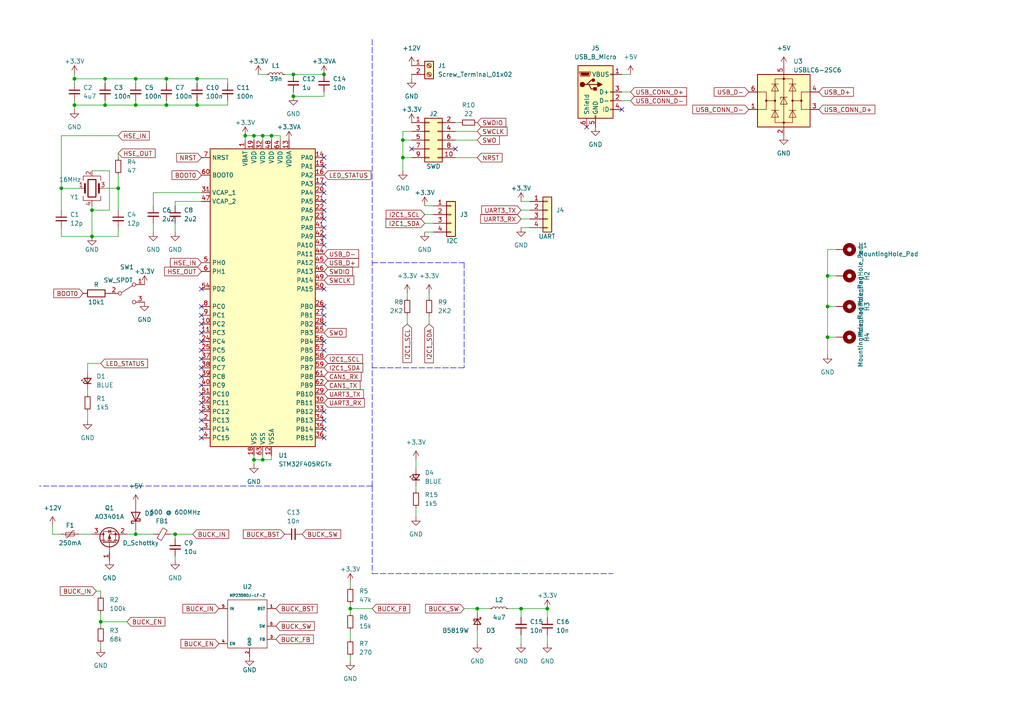
<source format=kicad_sch>
(kicad_sch (version 20211123) (generator eeschema)
  (paper "A4")
  (title_block (title "Sample_project") (date "2022-09-06") (rev "1.0"))
  (lib_symbols
    (symbol "Connector:Screw_Terminal_01x02" (pin_names (offset 1.016) hide)
      (property "Reference" "J" (at 0 2.54 0))
      (property "Value" "Screw_Terminal_01x02" (at 0 -5.08 0))
      (symbol "Screw_Terminal_01x02_1_1"
        (pin passive line (at -5.08 0 0) (length 3.81) (name "Pin_1") (number "1"))
        (pin passive line (at -5.08 -2.54 0) (length 3.81) (name "Pin_2") (number "2"))
      )
    )
    (symbol "Connector:USB_B_Micro" (pin_names (offset 1.016))
      (property "Reference" "J" (at -5.08 11.43 0))
      (property "Value" "USB_B_Micro" (at -5.08 8.89 0))
      (symbol "USB_B_Micro_1_1"
        (pin power_out line (at 7.62 5.08 180) (length 2.54) (name "VBUS") (number "1"))
        (pin bidirectional line (at 7.62 -2.54 180) (length 2.54) (name "D-") (number "2"))
        (pin bidirectional line (at 7.62 0 180) (length 2.54) (name "D+") (number "3"))
        (pin passive line (at 7.62 -5.08 180) (length 2.54) (name "ID") (number "4"))
        (pin power_out line (at 0 -10.16 90) (length 2.54) (name "GND") (number "5"))
        (pin passive line (at -2.54 -10.16 90) (length 2.54) (name "Shield") (number "6"))
      )
    )
    (symbol "Connector_Generic:Conn_01x04" (pin_names (offset 1.016) hide)
      (property "Reference" "J" (at 0 5.08 0))
      (property "Value" "Conn_01x04" (at 0 -7.62 0))
      (symbol "Conn_01x04_1_1"
        (pin passive line (at -5.08 2.54 0) (length 3.81) (name "Pin_1") (number "1"))
        (pin passive line (at -5.08 0 0) (length 3.81) (name "Pin_2") (number "2"))
        (pin passive line (at -5.08 -2.54 0) (length 3.81) (name "Pin_3") (number "3"))
        (pin passive line (at -5.08 -5.08 0) (length 3.81) (name "Pin_4") (number "4"))
      )
    )
    (symbol "Connector_Generic:Conn_02x05_Odd_Even" (pin_names (offset 1.016) hide)
      (property "Reference" "J" (at 1.27 7.62 0))
      (property "Value" "Conn_02x05_Odd_Even" (at 1.27 -7.62 0))
      (symbol "Conn_02x05_Odd_Even_1_1"
        (pin passive line (at -5.08 5.08 0) (length 3.81) (name "Pin_1") (number "1"))
        (pin passive line (at 7.62 -5.08 180) (length 3.81) (name "Pin_10") (number "10"))
        (pin passive line (at 7.62 5.08 180) (length 3.81) (name "Pin_2") (number "2"))
        (pin passive line (at -5.08 2.54 0) (length 3.81) (name "Pin_3") (number "3"))
        (pin passive line (at 7.62 2.54 180) (length 3.81) (name "Pin_4") (number "4"))
        (pin passive line (at -5.08 0 0) (length 3.81) (name "Pin_5") (number "5"))
        (pin passive line (at 7.62 0 180) (length 3.81) (name "Pin_6") (number "6"))
        (pin passive line (at -5.08 -2.54 0) (length 3.81) (name "Pin_7") (number "7"))
        (pin passive line (at 7.62 -2.54 180) (length 3.81) (name "Pin_8") (number "8"))
        (pin passive line (at -5.08 -5.08 0) (length 3.81) (name "Pin_9") (number "9"))
      )
    )
    (symbol "Device:C_Small" (pin_numbers hide) (pin_names (offset 0.254) hide)
      (property "Reference" "C" (at 0.254 1.778 0))
      (property "Value" "C_Small" (at 0.254 -2.032 0))
      (symbol "C_Small_1_1"
        (pin passive line (at 0 2.54 270) (length 2.032) (name "~") (number "1"))
        (pin passive line (at 0 -2.54 90) (length 2.032) (name "~") (number "2"))
      )
    )
    (symbol "Device:Crystal_GND24" (pin_names (offset 1.016) hide)
      (property "Reference" "Y" (at 3.175 5.08 0))
      (property "Value" "Crystal_GND24" (at 3.175 3.175 0))
      (symbol "Crystal_GND24_1_1"
        (pin passive line (at -3.81 0 0) (length 1.27) (name "1") (number "1"))
        (pin passive line (at 0 5.08 270) (length 1.27) (name "2") (number "2"))
        (pin passive line (at 3.81 0 180) (length 1.27) (name "3") (number "3"))
        (pin passive line (at 0 -5.08 90) (length 1.27) (name "4") (number "4"))
      )
    )
    (symbol "Device:D_Schottky" (pin_numbers hide) (pin_names (offset 1.016) hide)
      (property "Reference" "D" (at 0 2.54 0))
      (property "Value" "D_Schottky" (at 0 -2.54 0))
      (symbol "D_Schottky_1_1"
        (pin passive line (at -3.81 0 0) (length 2.54) (name "K") (number "1"))
        (pin passive line (at 3.81 0 180) (length 2.54) (name "A") (number "2"))
      )
    )
    (symbol "Device:D_Schottky_Small" (pin_numbers hide) (pin_names (offset 0.254) hide)
      (property "Reference" "D" (at -1.27 2.032 0))
      (property "Value" "D_Schottky_Small" (at -7.112 -2.032 0))
      (symbol "D_Schottky_Small_1_1"
        (pin passive line (at -2.54 0 0) (length 1.778) (name "K") (number "1"))
        (pin passive line (at 2.54 0 180) (length 1.778) (name "A") (number "2"))
      )
    )
    (symbol "Device:FerriteBead_Small" (pin_numbers hide) (pin_names (offset 0))
      (property "Reference" "FB" (at 1.905 1.27 0))
      (property "Value" "FerriteBead_Small" (at 1.905 -1.27 0))
      (symbol "FerriteBead_Small_1_1"
        (pin passive line (at 0 2.54 270) (length 1.27) (name "~") (number "1"))
        (pin passive line (at 0 -2.54 90) (length 1.27) (name "~") (number "2"))
      )
    )
    (symbol "Device:LED_Small" (pin_numbers hide) (pin_names (offset 0.254) hide)
      (property "Reference" "D" (at -1.27 3.175 0))
      (property "Value" "LED_Small" (at -4.445 -2.54 0))
      (symbol "LED_Small_1_1"
        (pin passive line (at -2.54 0 0) (length 1.778) (name "K") (number "1"))
        (pin passive line (at 2.54 0 180) (length 1.778) (name "A") (number "2"))
      )
    )
    (symbol "Device:L_Small" (pin_numbers hide) (pin_names (offset 0.254) hide)
      (property "Reference" "L" (at 0.762 1.016 0))
      (property "Value" "L_Small" (at 0.762 -1.016 0))
      (symbol "L_Small_1_1"
        (pin passive line (at 0 2.54 270) (length 0.508) (name "~") (number "1"))
        (pin passive line (at 0 -2.54 90) (length 0.508) (name "~") (number "2"))
      )
    )
    (symbol "Device:Polyfuse_Small" (pin_numbers hide) (pin_names (offset 0))
      (property "Reference" "F" (at -1.905 0 90))
      (property "Value" "Polyfuse_Small" (at 1.905 0 90))
      (symbol "Polyfuse_Small_1_1"
        (pin passive line (at 0 2.54 270) (length 0.635) (name "~") (number "1"))
        (pin passive line (at 0 -2.54 90) (length 0.635) (name "~") (number "2"))
      )
    )
    (symbol "Device:R" (pin_numbers hide) (pin_names (offset 0))
      (property "Reference" "R" (at 2.032 0 90))
      (property "Value" "R" (at 0 0 90))
      (symbol "R_1_1"
        (pin passive line (at 0 3.81 270) (length 1.27) (name "~") (number "1"))
        (pin passive line (at 0 -3.81 90) (length 1.27) (name "~") (number "2"))
      )
    )
    (symbol "Device:R_Small" (pin_numbers hide) (pin_names (offset 0.254) hide)
      (property "Reference" "R" (at 0.762 0.508 0))
      (property "Value" "R_Small" (at 0.762 -1.016 0))
      (symbol "R_Small_1_1"
        (pin passive line (at 0 2.54 270) (length 0.762) (name "~") (number "1"))
        (pin passive line (at 0 -2.54 90) (length 0.762) (name "~") (number "2"))
      )
    )
    (symbol "MCU_ST_STM32F4:STM32F405RGTx"
      (property "Reference" "U" (at -15.24 44.45 0))
      (property "Value" "STM32F405RGTx" (at 10.16 44.45 0))
      (symbol "STM32F405RGTx_1_1"
        (pin power_in line (at -5.08 45.72 270) (length 2.54) (name "VBAT") (number "1"))
        (pin bidirectional line (at -17.78 -7.62 0) (length 2.54) (name "PC2") (number "10"))
        (pin bidirectional line (at -17.78 -10.16 0) (length 2.54) (name "PC3") (number "11"))
        (pin power_in line (at 2.54 -45.72 90) (length 2.54) (name "VSSA") (number "12"))
        (pin power_in line (at 7.62 45.72 270) (length 2.54) (name "VDDA") (number "13"))
        (pin bidirectional line (at 17.78 40.64 180) (length 2.54) (name "PA0") (number "14"))
        (pin bidirectional line (at 17.78 38.1 180) (length 2.54) (name "PA1") (number "15"))
        (pin bidirectional line (at 17.78 35.56 180) (length 2.54) (name "PA2") (number "16"))
        (pin bidirectional line (at 17.78 33.02 180) (length 2.54) (name "PA3") (number "17"))
        (pin power_in line (at -2.54 -45.72 90) (length 2.54) (name "VSS") (number "18"))
        (pin power_in line (at -2.54 45.72 270) (length 2.54) (name "VDD") (number "19"))
        (pin bidirectional line (at -17.78 -35.56 0) (length 2.54) (name "PC13") (number "2"))
        (pin bidirectional line (at 17.78 30.48 180) (length 2.54) (name "PA4") (number "20"))
        (pin bidirectional line (at 17.78 27.94 180) (length 2.54) (name "PA5") (number "21"))
        (pin bidirectional line (at 17.78 25.4 180) (length 2.54) (name "PA6") (number "22"))
        (pin bidirectional line (at 17.78 22.86 180) (length 2.54) (name "PA7") (number "23"))
        (pin bidirectional line (at -17.78 -12.7 0) (length 2.54) (name "PC4") (number "24"))
        (pin bidirectional line (at -17.78 -15.24 0) (length 2.54) (name "PC5") (number "25"))
        (pin bidirectional line (at 17.78 -2.54 180) (length 2.54) (name "PB0") (number "26"))
        (pin bidirectional line (at 17.78 -5.08 180) (length 2.54) (name "PB1") (number "27"))
        (pin bidirectional line (at 17.78 -7.62 180) (length 2.54) (name "PB2") (number "28"))
        (pin bidirectional line (at 17.78 -27.94 180) (length 2.54) (name "PB10") (number "29"))
        (pin bidirectional line (at -17.78 -38.1 0) (length 2.54) (name "PC14") (number "3"))
        (pin bidirectional line (at 17.78 -30.48 180) (length 2.54) (name "PB11") (number "30"))
        (pin power_in line (at -17.78 30.48 0) (length 2.54) (name "VCAP_1") (number "31"))
        (pin power_in line (at 0 45.72 270) (length 2.54) (name "VDD") (number "32"))
        (pin bidirectional line (at 17.78 -33.02 180) (length 2.54) (name "PB12") (number "33"))
        (pin bidirectional line (at 17.78 -35.56 180) (length 2.54) (name "PB13") (number "34"))
        (pin bidirectional line (at 17.78 -38.1 180) (length 2.54) (name "PB14") (number "35"))
        (pin bidirectional line (at 17.78 -40.64 180) (length 2.54) (name "PB15") (number "36"))
        (pin bidirectional line (at -17.78 -17.78 0) (length 2.54) (name "PC6") (number "37"))
        (pin bidirectional line (at -17.78 -20.32 0) (length 2.54) (name "PC7") (number "38"))
        (pin bidirectional line (at -17.78 -22.86 0) (length 2.54) (name "PC8") (number "39"))
        (pin bidirectional line (at -17.78 -40.64 0) (length 2.54) (name "PC15") (number "4"))
        (pin bidirectional line (at -17.78 -25.4 0) (length 2.54) (name "PC9") (number "40"))
        (pin bidirectional line (at 17.78 20.32 180) (length 2.54) (name "PA8") (number "41"))
        (pin bidirectional line (at 17.78 17.78 180) (length 2.54) (name "PA9") (number "42"))
        (pin bidirectional line (at 17.78 15.24 180) (length 2.54) (name "PA10") (number "43"))
        (pin bidirectional line (at 17.78 12.7 180) (length 2.54) (name "PA11") (number "44"))
        (pin bidirectional line (at 17.78 10.16 180) (length 2.54) (name "PA12") (number "45"))
        (pin bidirectional line (at 17.78 7.62 180) (length 2.54) (name "PA13") (number "46"))
        (pin power_in line (at -17.78 27.94 0) (length 2.54) (name "VCAP_2") (number "47"))
        (pin power_in line (at 2.54 45.72 270) (length 2.54) (name "VDD") (number "48"))
        (pin bidirectional line (at 17.78 5.08 180) (length 2.54) (name "PA14") (number "49"))
        (pin input line (at -17.78 10.16 0) (length 2.54) (name "PH0") (number "5"))
        (pin bidirectional line (at 17.78 2.54 180) (length 2.54) (name "PA15") (number "50"))
        (pin bidirectional line (at -17.78 -27.94 0) (length 2.54) (name "PC10") (number "51"))
        (pin bidirectional line (at -17.78 -30.48 0) (length 2.54) (name "PC11") (number "52"))
        (pin bidirectional line (at -17.78 -33.02 0) (length 2.54) (name "PC12") (number "53"))
        (pin bidirectional line (at -17.78 2.54 0) (length 2.54) (name "PD2") (number "54"))
        (pin bidirectional line (at 17.78 -10.16 180) (length 2.54) (name "PB3") (number "55"))
        (pin bidirectional line (at 17.78 -12.7 180) (length 2.54) (name "PB4") (number "56"))
        (pin bidirectional line (at 17.78 -15.24 180) (length 2.54) (name "PB5") (number "57"))
        (pin bidirectional line (at 17.78 -17.78 180) (length 2.54) (name "PB6") (number "58"))
        (pin bidirectional line (at 17.78 -20.32 180) (length 2.54) (name "PB7") (number "59"))
        (pin input line (at -17.78 7.62 0) (length 2.54) (name "PH1") (number "6"))
        (pin input line (at -17.78 35.56 0) (length 2.54) (name "BOOT0") (number "60"))
        (pin bidirectional line (at 17.78 -22.86 180) (length 2.54) (name "PB8") (number "61"))
        (pin bidirectional line (at 17.78 -25.4 180) (length 2.54) (name "PB9") (number "62"))
        (pin power_in line (at 0 -45.72 90) (length 2.54) (name "VSS") (number "63"))
        (pin power_in line (at 5.08 45.72 270) (length 2.54) (name "VDD") (number "64"))
        (pin input line (at -17.78 40.64 0) (length 2.54) (name "NRST") (number "7"))
        (pin bidirectional line (at -17.78 -2.54 0) (length 2.54) (name "PC0") (number "8"))
        (pin bidirectional line (at -17.78 -5.08 0) (length 2.54) (name "PC1") (number "9"))
      )
    )
    (symbol "Mechanical:MountingHole_Pad" (pin_numbers hide) (pin_names (offset 1.016) hide)
      (property "Reference" "H" (at 0 6.35 0))
      (property "Value" "MountingHole_Pad" (at 0 4.445 0))
      (symbol "MountingHole_Pad_1_1"
        (pin input line (at 0 -2.54 90) (length 2.54) (name "1") (number "1"))
      )
    )
    (symbol "New_Library:MP2359DJ-LF-Z"
      (property "Reference" "U" (at -5.08 0 0))
      (property "Value" "MP2359DJ-LF-Z" (at -5.08 -2.54 0))
      (symbol "MP2359DJ-LF-Z_1_1"
        (pin input line (at 2.54 0 180) (length 2.54) (name "BST") (number "1"))
        (pin power_in line (at -5.08 -13.97 90) (length 2.54) (name "GND") (number "2"))
        (pin output line (at 2.54 -8.89 180) (length 2.54) (name "FB") (number "3"))
        (pin input line (at -13.97 -10.16 0) (length 2.54) (name "EN") (number "4"))
        (pin input line (at -13.97 0 0) (length 2.54) (name "IN") (number "5"))
        (pin output line (at 2.54 -5.08 180) (length 2.54) (name "SW") (number "6"))
      )
    )
    (symbol "Power_Protection:USBLC6-2SC6" (pin_names hide)
      (property "Reference" "U" (at 2.54 8.89 0))
      (property "Value" "USBLC6-2SC6" (at 2.54 -8.89 0))
      (symbol "USBLC6-2SC6_1_1"
        (pin passive line (at -10.16 -2.54 0) (length 2.54) (name "I/O1") (number "1"))
        (pin passive line (at 0 -10.16 90) (length 2.54) (name "GND") (number "2"))
        (pin passive line (at 10.16 -2.54 180) (length 2.54) (name "I/O2") (number "3"))
        (pin passive line (at 10.16 2.54 180) (length 2.54) (name "I/O2") (number "4"))
        (pin passive line (at 0 10.16 270) (length 2.54) (name "VBUS") (number "5"))
        (pin passive line (at -10.16 2.54 0) (length 2.54) (name "I/O1") (number "6"))
      )
    )
    (symbol "Switch:SW_SPDT" (pin_names (offset 0) hide)
      (property "Reference" "SW" (at 0 4.318 0))
      (property "Value" "SW_SPDT" (at 0 -5.08 0))
      (symbol "SW_SPDT_1_1"
        (pin passive line (at 5.08 2.54 180) (length 2.54) (name "A") (number "1"))
        (pin passive line (at -5.08 0 0) (length 2.54) (name "B") (number "2"))
        (pin passive line (at 5.08 -2.54 180) (length 2.54) (name "C") (number "3"))
      )
    )
    (symbol "Transistor_FET:AO3401A" (pin_names hide)
      (property "Reference" "Q" (at 5.08 1.905 0))
      (property "Value" "AO3401A" (at 5.08 0 0))
      (symbol "AO3401A_1_1"
        (pin input line (at -5.08 0 0) (length 2.54) (name "G") (number "1"))
        (pin passive line (at 2.54 -5.08 90) (length 2.54) (name "S") (number "2"))
        (pin passive line (at 2.54 5.08 270) (length 2.54) (name "D") (number "3"))
      )
    )
    (symbol "power:+12V" (power) (pin_names (offset 0))
      (property "Value" "+12V" (at 0 3.556 0))
      (symbol "+12V_1_1"
        (pin power_in line (at 0 0 90) (length 0) hide (name "+12V") (number "1"))
      )
    )
    (symbol "power:+3.3V" (power) (pin_names (offset 0))
      (property "Value" "+3.3V" (at 0 3.556 0))
      (symbol "+3.3V_1_1"
        (pin power_in line (at 0 0 90) (length 0) hide (name "+3.3V") (number "1"))
      )
    )
    (symbol "power:+3.3VA" (power) (pin_names (offset 0))
      (property "Value" "+3.3VA" (at 0 3.556 0))
      (symbol "+3.3VA_1_1"
        (pin power_in line (at 0 0 90) (length 0) hide (name "+3.3VA") (number "1"))
      )
    )
    (symbol "power:+5V" (power) (pin_names (offset 0))
      (property "Value" "+5V" (at 0 3.556 0))
      (symbol "+5V_1_1"
        (pin power_in line (at 0 0 90) (length 0) hide (name "+5V") (number "1"))
      )
    )
    (symbol "power:GND" (power) (pin_names (offset 0))
      (property "Value" "GND" (at 0 -3.81 0))
      (symbol "GND_1_1"
        (pin power_in line (at 0 0 270) (length 0) hide (name "GND") (number "1"))
      )
    )
  )
  (junction (at 240.03 80.01))
  (junction (at 76.2 39.37))
  (junction (at 57.15 30.48))
  (junction (at 17.78 54.61))
  (junction (at 73.66 39.37))
  (junction (at 30.48 22.86))
  (junction (at 85.09 27.94))
  (junction (at 21.59 22.86))
  (junction (at 78.74 39.37))
  (junction (at 93.98 21.59))
  (junction (at 26.67 60.96))
  (junction (at 151.13 176.53))
  (junction (at 116.84 40.64))
  (junction (at 116.84 45.72))
  (junction (at 240.03 88.9))
  (junction (at 138.43 176.53))
  (junction (at 240.03 97.79))
  (junction (at 39.37 30.48))
  (junction (at 39.37 154.94))
  (junction (at 21.59 30.48))
  (junction (at 34.29 54.61))
  (junction (at 30.48 30.48))
  (junction (at 39.37 22.86))
  (junction (at 48.26 22.86))
  (junction (at 50.8 154.94))
  (junction (at 101.6 176.53))
  (junction (at 76.2 133.35))
  (junction (at 73.66 133.35))
  (junction (at 71.12 39.37))
  (junction (at 57.15 22.86))
  (junction (at 85.09 21.59))
  (junction (at 29.21 180.34))
  (junction (at 158.75 176.53))
  (junction (at 48.26 30.48))
  (junction (at 26.67 68.58))
  (no_connect (at 93.98 66.04))
  (no_connect (at 58.42 116.84))
  (no_connect (at 58.42 99.06))
  (no_connect (at 119.38 43.18))
  (no_connect (at 58.42 109.22))
  (no_connect (at 93.98 71.12))
  (no_connect (at 58.42 88.9))
  (no_connect (at 58.42 127))
  (no_connect (at 58.42 114.3))
  (no_connect (at 93.98 63.5))
  (no_connect (at 58.42 101.6))
  (no_connect (at 58.42 121.92))
  (no_connect (at 93.98 91.44))
  (no_connect (at 93.98 93.98))
  (no_connect (at 93.98 99.06))
  (no_connect (at 93.98 101.6))
  (no_connect (at 93.98 88.9))
  (no_connect (at 58.42 83.82))
  (no_connect (at 93.98 121.92))
  (no_connect (at 93.98 124.46))
  (no_connect (at 93.98 127))
  (no_connect (at 93.98 119.38))
  (no_connect (at 58.42 119.38))
  (no_connect (at 93.98 58.42))
  (no_connect (at 58.42 91.44))
  (no_connect (at 93.98 83.82))
  (no_connect (at 170.18 36.83))
  (no_connect (at 58.42 96.52))
  (no_connect (at 132.08 43.18))
  (no_connect (at 58.42 111.76))
  (no_connect (at 58.42 106.68))
  (no_connect (at 93.98 68.58))
  (no_connect (at 180.34 31.75))
  (no_connect (at 93.98 55.88))
  (no_connect (at 93.98 53.34))
  (no_connect (at 93.98 48.26))
  (no_connect (at 93.98 45.72))
  (no_connect (at 58.42 124.46))
  (no_connect (at 93.98 60.96))
  (no_connect (at 58.42 93.98))
  (no_connect (at 58.42 104.14))
  (wire (pts (xy 29.21 180.34) (xy 29.21 181.61)))
  (wire (pts (xy 240.03 72.39) (xy 240.03 80.01)))
  (wire (pts (xy 17.78 66.04) (xy 17.78 68.58)))
  (wire (pts (xy 21.59 22.86) (xy 21.59 24.13)))
  (wire (pts (xy 17.78 54.61) (xy 17.78 39.37)))
  (wire (pts (xy 48.26 29.21) (xy 48.26 30.48)))
  (wire (pts (xy 180.34 21.59) (xy 182.88 21.59)))
  (wire (pts (xy 101.6 175.26) (xy 101.6 176.53)))
  (wire (pts (xy 29.21 171.45) (xy 29.21 172.72)))
  (wire (pts (xy 44.45 64.77) (xy 44.45 67.31)))
  (wire (pts (xy 27.94 171.45) (xy 29.21 171.45)))
  (wire (pts (xy 76.2 39.37) (xy 78.74 39.37)))
  (wire (pts (xy 138.43 176.53) (xy 138.43 177.8)))
  (wire (pts (xy 242.57 72.39) (xy 240.03 72.39)))
  (polyline (pts (xy 107.95 140.97) (xy 107.95 166.37)))
  (wire (pts (xy 240.03 88.9) (xy 242.57 88.9)))
  (wire (pts (xy 25.4 107.95) (xy 25.4 105.41)))
  (wire (pts (xy 29.21 186.69) (xy 29.21 187.96)))
  (wire (pts (xy 158.75 179.07) (xy 158.75 176.53)))
  (wire (pts (xy 66.04 22.86) (xy 66.04 24.13)))
  (wire (pts (xy 180.34 26.67) (xy 182.88 26.67)))
  (wire (pts (xy 39.37 154.94) (xy 44.45 154.94)))
  (wire (pts (xy 73.66 39.37) (xy 71.12 39.37)))
  (wire (pts (xy 26.67 49.53) (xy 31.75 49.53)))
  (wire (pts (xy 22.86 154.94) (xy 26.67 154.94)))
  (wire (pts (xy 50.8 58.42) (xy 58.42 58.42)))
  (wire (pts (xy 73.66 40.64) (xy 73.66 39.37)))
  (wire (pts (xy 134.62 176.53) (xy 138.43 176.53)))
  (wire (pts (xy 21.59 29.21) (xy 21.59 30.48)))
  (wire (pts (xy 44.45 55.88) (xy 58.42 55.88)))
  (wire (pts (xy 101.6 190.5) (xy 101.6 191.77)))
  (wire (pts (xy 132.08 45.72) (xy 138.43 45.72)))
  (polyline (pts (xy 134.62 76.2) (xy 134.62 106.68)))
  (wire (pts (xy 76.2 39.37) (xy 76.2 40.64)))
  (wire (pts (xy 73.66 133.35) (xy 76.2 133.35)))
  (wire (pts (xy 119.38 38.1) (xy 116.84 38.1)))
  (wire (pts (xy 101.6 168.91) (xy 101.6 170.18)))
  (wire (pts (xy 30.48 30.48) (xy 39.37 30.48)))
  (wire (pts (xy 21.59 22.86) (xy 30.48 22.86)))
  (polyline (pts (xy 107.95 76.2) (xy 134.62 76.2)))
  (wire (pts (xy 81.28 39.37) (xy 81.28 40.64)))
  (wire (pts (xy 30.48 54.61) (xy 34.29 54.61)))
  (wire (pts (xy 101.6 176.53) (xy 101.6 177.8)))
  (wire (pts (xy 78.74 39.37) (xy 78.74 40.64)))
  (wire (pts (xy 151.13 63.5) (xy 153.67 63.5)))
  (wire (pts (xy 132.08 35.56) (xy 133.35 35.56)))
  (wire (pts (xy 240.03 80.01) (xy 240.03 88.9)))
  (wire (pts (xy 119.38 21.59) (xy 119.38 22.86)))
  (wire (pts (xy 240.03 88.9) (xy 240.03 97.79)))
  (wire (pts (xy 17.78 54.61) (xy 17.78 60.96)))
  (wire (pts (xy 50.8 59.69) (xy 50.8 58.42)))
  (wire (pts (xy 15.24 154.94) (xy 17.78 154.94)))
  (wire (pts (xy 21.59 21.59) (xy 21.59 22.86)))
  (wire (pts (xy 118.11 85.09) (xy 118.11 86.36)))
  (wire (pts (xy 151.13 184.15) (xy 151.13 186.69)))
  (wire (pts (xy 76.2 133.35) (xy 76.2 132.08)))
  (wire (pts (xy 34.29 66.04) (xy 34.29 68.58)))
  (wire (pts (xy 85.09 27.94) (xy 85.09 26.67)))
  (wire (pts (xy 124.46 85.09) (xy 124.46 86.36)))
  (wire (pts (xy 21.59 30.48) (xy 30.48 30.48)))
  (wire (pts (xy 39.37 29.21) (xy 39.37 30.48)))
  (wire (pts (xy 44.45 59.69) (xy 44.45 55.88)))
  (wire (pts (xy 138.43 182.88) (xy 138.43 186.69)))
  (polyline (pts (xy 107.95 140.97) (xy 11.43 140.97)))
  (wire (pts (xy 78.74 133.35) (xy 76.2 133.35)))
  (wire (pts (xy 138.43 176.53) (xy 142.24 176.53)))
  (wire (pts (xy 57.15 22.86) (xy 57.15 24.13)))
  (wire (pts (xy 57.15 30.48) (xy 66.04 30.48)))
  (wire (pts (xy 123.19 62.23) (xy 125.73 62.23)))
  (wire (pts (xy 31.75 49.53) (xy 31.75 60.96)))
  (wire (pts (xy 118.11 91.44) (xy 118.11 93.98)))
  (wire (pts (xy 93.98 27.94) (xy 85.09 27.94)))
  (wire (pts (xy 48.26 30.48) (xy 57.15 30.48)))
  (wire (pts (xy 101.6 176.53) (xy 107.95 176.53)))
  (wire (pts (xy 120.65 135.89) (xy 120.65 133.35)))
  (wire (pts (xy 147.32 176.53) (xy 151.13 176.53)))
  (polyline (pts (xy 107.95 166.37) (xy 177.8 166.37)))
  (wire (pts (xy 57.15 30.48) (xy 57.15 29.21)))
  (wire (pts (xy 30.48 22.86) (xy 39.37 22.86)))
  (wire (pts (xy 240.03 97.79) (xy 240.03 102.87)))
  (wire (pts (xy 29.21 180.34) (xy 36.83 180.34)))
  (wire (pts (xy 25.4 105.41) (xy 29.21 105.41)))
  (wire (pts (xy 240.03 80.01) (xy 242.57 80.01)))
  (wire (pts (xy 39.37 22.86) (xy 48.26 22.86)))
  (wire (pts (xy 29.21 177.8) (xy 29.21 180.34)))
  (wire (pts (xy 123.19 59.69) (xy 125.73 59.69)))
  (wire (pts (xy 85.09 21.59) (xy 93.98 21.59)))
  (wire (pts (xy 82.55 21.59) (xy 85.09 21.59)))
  (wire (pts (xy 39.37 22.86) (xy 39.37 24.13)))
  (wire (pts (xy 120.65 140.97) (xy 120.65 142.24)))
  (wire (pts (xy 17.78 68.58) (xy 26.67 68.58)))
  (wire (pts (xy 21.59 30.48) (xy 21.59 31.75)))
  (wire (pts (xy 50.8 154.94) (xy 50.8 156.21)))
  (wire (pts (xy 78.74 132.08) (xy 78.74 133.35)))
  (wire (pts (xy 22.86 54.61) (xy 17.78 54.61)))
  (wire (pts (xy 116.84 40.64) (xy 116.84 45.72)))
  (polyline (pts (xy 107.95 11.43) (xy 107.95 140.97)))
  (wire (pts (xy 50.8 161.29) (xy 50.8 162.56)))
  (wire (pts (xy 26.67 60.96) (xy 26.67 68.58)))
  (wire (pts (xy 50.8 154.94) (xy 55.88 154.94)))
  (wire (pts (xy 180.34 29.21) (xy 182.88 29.21)))
  (wire (pts (xy 151.13 60.96) (xy 153.67 60.96)))
  (wire (pts (xy 48.26 22.86) (xy 57.15 22.86)))
  (wire (pts (xy 34.29 50.8) (xy 34.29 54.61)))
  (wire (pts (xy 26.67 60.96) (xy 31.75 60.96)))
  (wire (pts (xy 73.66 132.08) (xy 73.66 133.35)))
  (wire (pts (xy 48.26 22.86) (xy 48.26 24.13)))
  (wire (pts (xy 34.29 44.45) (xy 34.29 45.72)))
  (wire (pts (xy 123.19 67.31) (xy 125.73 67.31)))
  (wire (pts (xy 158.75 184.15) (xy 158.75 186.69)))
  (wire (pts (xy 116.84 45.72) (xy 116.84 49.53)))
  (wire (pts (xy 119.38 45.72) (xy 116.84 45.72)))
  (wire (pts (xy 123.19 64.77) (xy 125.73 64.77)))
  (wire (pts (xy 132.08 38.1) (xy 138.43 38.1)))
  (wire (pts (xy 78.74 39.37) (xy 81.28 39.37)))
  (wire (pts (xy 15.24 152.4) (xy 15.24 154.94)))
  (wire (pts (xy 73.66 133.35) (xy 73.66 134.62)))
  (wire (pts (xy 116.84 38.1) (xy 116.84 40.64)))
  (wire (pts (xy 17.78 39.37) (xy 34.29 39.37)))
  (wire (pts (xy 57.15 22.86) (xy 66.04 22.86)))
  (wire (pts (xy 26.67 59.69) (xy 26.67 60.96)))
  (wire (pts (xy 120.65 147.32) (xy 120.65 149.86)))
  (wire (pts (xy 151.13 58.42) (xy 153.67 58.42)))
  (wire (pts (xy 151.13 176.53) (xy 151.13 179.07)))
  (wire (pts (xy 50.8 64.77) (xy 50.8 67.31)))
  (wire (pts (xy 34.29 54.61) (xy 34.29 60.96)))
  (polyline (pts (xy 134.62 106.68) (xy 107.95 106.68)))
  (wire (pts (xy 151.13 66.04) (xy 153.67 66.04)))
  (wire (pts (xy 34.29 68.58) (xy 26.67 68.58)))
  (wire (pts (xy 71.12 39.37) (xy 71.12 40.64)))
  (wire (pts (xy 66.04 30.48) (xy 66.04 29.21)))
  (wire (pts (xy 158.75 176.53) (xy 151.13 176.53)))
  (wire (pts (xy 74.93 21.59) (xy 77.47 21.59)))
  (wire (pts (xy 39.37 30.48) (xy 48.26 30.48)))
  (wire (pts (xy 93.98 26.67) (xy 93.98 27.94)))
  (wire (pts (xy 73.66 39.37) (xy 76.2 39.37)))
  (wire (pts (xy 30.48 22.86) (xy 30.48 24.13)))
  (wire (pts (xy 25.4 119.38) (xy 25.4 121.92)))
  (wire (pts (xy 101.6 182.88) (xy 101.6 185.42)))
  (wire (pts (xy 25.4 113.03) (xy 25.4 114.3)))
  (wire (pts (xy 36.83 154.94) (xy 39.37 154.94)))
  (wire (pts (xy 132.08 40.64) (xy 138.43 40.64)))
  (wire (pts (xy 30.48 29.21) (xy 30.48 30.48)))
  (wire (pts (xy 240.03 97.79) (xy 242.57 97.79)))
  (wire (pts (xy 124.46 91.44) (xy 124.46 93.98)))
  (wire (pts (xy 119.38 40.64) (xy 116.84 40.64)))
  (wire (pts (xy 49.53 154.94) (xy 50.8 154.94)))
  (wire (pts (xy 39.37 154.94) (xy 39.37 153.67)))
  (global_label "BOOT0" (shape input) (at 24.13 85.09 180) (property "Intersheet References" "${INTERSHEET_REFS}" (effects hide)))
  (global_label "UART3_RX" (shape input) (at 151.13 63.5 180) (property "Intersheet References" "${INTERSHEET_REFS}" (effects hide)))
  (global_label "USB_D+" (shape input) (at 93.98 76.2 0) (property "Intersheet References" "${INTERSHEET_REFS}" (effects hide)))
  (global_label "USB_CONN_D+" (shape input) (at 237.49 31.75 0) (property "Intersheet References" "${INTERSHEET_REFS}" (effects hide)))
  (global_label "BUCK_SW" (shape input) (at 80.01 181.61 0) (property "Intersheet References" "${INTERSHEET_REFS}" (effects hide)))
  (global_label "BUCK_SW" (shape input) (at 87.63 154.94 0) (property "Intersheet References" "${INTERSHEET_REFS}" (effects hide)))
  (global_label "USB_D-" (shape input) (at 93.98 73.66 0) (property "Intersheet References" "${INTERSHEET_REFS}" (effects hide)))
  (global_label "BUCK_FB" (shape input) (at 107.95 176.53 0) (property "Intersheet References" "${INTERSHEET_REFS}" (effects hide)))
  (global_label "BUCK_EN" (shape input) (at 36.83 180.34 0) (property "Intersheet References" "${INTERSHEET_REFS}" (effects hide)))
  (global_label "SWCLK" (shape input) (at 93.98 81.28 0) (property "Intersheet References" "${INTERSHEET_REFS}" (effects hide)))
  (global_label "USB_CONN_D+" (shape input) (at 182.88 26.67 0) (property "Intersheet References" "${INTERSHEET_REFS}" (effects hide)))
  (global_label "HSE_OUT" (shape input) (at 58.42 78.74 180) (property "Intersheet References" "${INTERSHEET_REFS}" (effects hide)))
  (global_label "BUCK_BST" (shape input) (at 82.55 154.94 180) (property "Intersheet References" "${INTERSHEET_REFS}" (effects hide)))
  (global_label "BUCK_IN" (shape input) (at 27.94 171.45 180) (property "Intersheet References" "${INTERSHEET_REFS}" (effects hide)))
  (global_label "SWCLK" (shape input) (at 138.43 38.1 0) (property "Intersheet References" "${INTERSHEET_REFS}" (effects hide)))
  (global_label "I2C1_SCL" (shape input) (at 123.19 62.23 180) (property "Intersheet References" "${INTERSHEET_REFS}" (effects hide)))
  (global_label "CAN1_TX" (shape input) (at 93.98 111.76 0) (property "Intersheet References" "${INTERSHEET_REFS}" (effects hide)))
  (global_label "BUCK_SW" (shape input) (at 134.62 176.53 180) (property "Intersheet References" "${INTERSHEET_REFS}" (effects hide)))
  (global_label "NRST" (shape input) (at 138.43 45.72 0) (property "Intersheet References" "${INTERSHEET_REFS}" (effects hide)))
  (global_label "HSE_OUT" (shape input) (at 34.29 44.45 0) (property "Intersheet References" "${INTERSHEET_REFS}" (effects hide)))
  (global_label "I2C1_SDA" (shape input) (at 123.19 64.77 180) (property "Intersheet References" "${INTERSHEET_REFS}" (effects hide)))
  (global_label "I2C1_SDA" (shape input) (at 124.46 93.98 270) (property "Intersheet References" "${INTERSHEET_REFS}" (effects hide)))
  (global_label "UART3_TX" (shape input) (at 93.98 114.3 0) (property "Intersheet References" "${INTERSHEET_REFS}" (effects hide)))
  (global_label "SWDIO" (shape input) (at 93.98 78.74 0) (property "Intersheet References" "${INTERSHEET_REFS}" (effects hide)))
  (global_label "USB_D-" (shape input) (at 217.17 26.67 180) (property "Intersheet References" "${INTERSHEET_REFS}" (effects hide)))
  (global_label "BUCK_EN" (shape input) (at 63.5 186.69 180) (property "Intersheet References" "${INTERSHEET_REFS}" (effects hide)))
  (global_label "SWO" (shape input) (at 138.43 40.64 0) (property "Intersheet References" "${INTERSHEET_REFS}" (effects hide)))
  (global_label "LED_STATUS" (shape input) (at 29.21 105.41 0) (property "Intersheet References" "${INTERSHEET_REFS}" (effects hide)))
  (global_label "BOOT0" (shape input) (at 58.42 50.8 180) (property "Intersheet References" "${INTERSHEET_REFS}" (effects hide)))
  (global_label "BUCK_IN" (shape input) (at 55.88 154.94 0) (property "Intersheet References" "${INTERSHEET_REFS}" (effects hide)))
  (global_label "I2C1_SCL" (shape input) (at 93.98 104.14 0) (property "Intersheet References" "${INTERSHEET_REFS}" (effects hide)))
  (global_label "HSE_IN" (shape input) (at 34.29 39.37 0) (property "Intersheet References" "${INTERSHEET_REFS}" (effects hide)))
  (global_label "UART3_RX" (shape input) (at 93.98 116.84 0) (property "Intersheet References" "${INTERSHEET_REFS}" (effects hide)))
  (global_label "I2C1_SDA" (shape input) (at 93.98 106.68 0) (property "Intersheet References" "${INTERSHEET_REFS}" (effects hide)))
  (global_label "LED_STATUS" (shape input) (at 93.98 50.8 0) (property "Intersheet References" "${INTERSHEET_REFS}" (effects hide)))
  (global_label "USB_CONN_D-" (shape input) (at 182.88 29.21 0) (property "Intersheet References" "${INTERSHEET_REFS}" (effects hide)))
  (global_label "USB_D+" (shape input) (at 237.49 26.67 0) (property "Intersheet References" "${INTERSHEET_REFS}" (effects hide)))
  (global_label "HSE_IN" (shape input) (at 58.42 76.2 180) (property "Intersheet References" "${INTERSHEET_REFS}" (effects hide)))
  (global_label "BUCK_BST" (shape input) (at 80.01 176.53 0) (property "Intersheet References" "${INTERSHEET_REFS}" (effects hide)))
  (global_label "NRST" (shape input) (at 58.42 45.72 180) (property "Intersheet References" "${INTERSHEET_REFS}" (effects hide)))
  (global_label "SWDIO" (shape input) (at 138.43 35.56 0) (property "Intersheet References" "${INTERSHEET_REFS}" (effects hide)))
  (global_label "SWO" (shape input) (at 93.98 96.52 0) (property "Intersheet References" "${INTERSHEET_REFS}" (effects hide)))
  (global_label "UART3_TX" (shape input) (at 151.13 60.96 180) (property "Intersheet References" "${INTERSHEET_REFS}" (effects hide)))
  (global_label "I2C1_SCL" (shape input) (at 118.11 93.98 270) (property "Intersheet References" "${INTERSHEET_REFS}" (effects hide)))
  (global_label "USB_CONN_D-" (shape input) (at 217.17 31.75 180) (property "Intersheet References" "${INTERSHEET_REFS}" (effects hide)))
  (global_label "BUCK_FB" (shape input) (at 80.01 185.42 0) (property "Intersheet References" "${INTERSHEET_REFS}" (effects hide)))
  (global_label "BUCK_IN" (shape input) (at 63.5 176.53 180) (property "Intersheet References" "${INTERSHEET_REFS}" (effects hide)))
  (global_label "CAN1_RX" (shape input) (at 93.98 109.22 0) (property "Intersheet References" "${INTERSHEET_REFS}" (effects hide)))
  (symbol (lib_id "power:GND") (at 227.33 39.37 0) (unit 1)
    (property "Reference" "#PWR040" (effects hide))
    (property "Value" "GND" (at 227.33 44.45 0))
  )
  (symbol (lib_id "power:GND") (at 123.19 67.31 0) (unit 1)
    (property "Reference" "#PWR029" (effects hide))
    (property "Value" "GND" (at 123.19 72.39 0))
  )
  (symbol (lib_id "Device:R_Small") (at 124.46 88.9 0) (unit 1)
    (property "Reference" "R9" (at 127 87.6299 0) (effects (justify left)))
    (property "Value" "2K2" (at 127 90.1699 0) (effects (justify left)))
  )
  (symbol (lib_id "power:+3.3V") (at 101.6 168.91 0) (unit 1)
    (property "Reference" "#PWR021" (effects hide))
    (property "Value" "+3.3V" (at 101.6 165.1 0))
  )
  (symbol (lib_id "Device:R_Small") (at 29.21 184.15 0) (unit 1)
    (property "Reference" "R3" (at 31.75 182.8799 0) (effects (justify left)))
    (property "Value" "68k" (at 31.75 185.4199 0) (effects (justify left)))
  )
  (symbol (lib_id "Mechanical:MountingHole_Pad") (at 245.11 72.39 270) (unit 1)
    (property "Reference" "H1" (at 248.92 71.1199 90) (effects (justify left)))
    (property "Value" "MountingHole_Pad" (at 248.92 73.6599 90) (effects (justify left)))
  )
  (symbol (lib_id "Connector_Generic:Conn_01x04") (at 130.81 62.23 0) (unit 1)
    (property "Reference" "J3" (at 133.35 62.2299 0) (effects (justify left)))
    (property "Value" "I2C" (at 129.54 69.85 0) (effects (justify left)))
  )
  (symbol (lib_id "power:GND") (at 101.6 191.77 0) (unit 1)
    (property "Reference" "#PWR022" (effects hide))
    (property "Value" "GND" (at 101.6 196.85 0))
  )
  (symbol (lib_id "Device:C_Small") (at 44.45 62.23 0) (unit 1)
    (property "Reference" "C6" (at 46.99 60.9662 0) (effects (justify left)))
    (property "Value" "2u2" (at 46.99 63.5062 0) (effects (justify left)))
  )
  (symbol (lib_id "Device:C_Small") (at 39.37 26.67 0) (unit 1)
    (property "Reference" "C5" (at 41.91 25.4062 0) (effects (justify left)))
    (property "Value" "100n" (at 41.91 27.94 0) (effects (justify left)))
  )
  (symbol (lib_id "power:GND") (at 151.13 66.04 0) (unit 1)
    (property "Reference" "#PWR033" (effects hide))
    (property "Value" "GND" (at 151.13 71.12 0))
  )
  (symbol (lib_id "Device:Polyfuse_Small") (at 20.32 154.94 90) (unit 1)
    (property "Reference" "F1" (at 20.32 152.4 90))
    (property "Value" "250mA" (at 20.32 157.48 90))
  )
  (symbol (lib_id "power:GND") (at 240.03 102.87 0) (unit 1)
    (property "Reference" "#PWR041" (effects hide))
    (property "Value" "GND" (at 240.03 107.95 0))
  )
  (symbol (lib_id "Connector:Screw_Terminal_01x02") (at 124.46 19.05 0) (unit 1)
    (property "Reference" "J1" (at 127 19.0499 0) (effects (justify left)))
    (property "Value" "Screw_Terminal_01x02" (at 127 21.5899 0) (effects (justify left)))
  )
  (symbol (lib_id "Device:C_Small") (at 21.59 26.67 0) (unit 1)
    (property "Reference" "C2" (at 24.13 25.4062 0) (effects (justify left)))
    (property "Value" "4u7" (at 24.13 27.94 0) (effects (justify left)))
  )
  (symbol (lib_id "MCU_ST_STM32F4:STM32F405RGTx") (at 76.2 86.36 0) (unit 1)
    (property "Reference" "U1" (at 80.7594 132.08 0) (effects (justify left)))
    (property "Value" "STM32F405RGTx" (at 80.7594 134.62 0) (effects (justify left)))
    (property "Footprint" "Package_QFP:LQFP-64_10x10mm_P0.5mm" (effects hide))
    (property "Datasheet" "http://www.st.com/st-web-ui/static/active/en/resource/technical/document/datasheet/DM00037051.pdf" (effects hide))
  )
  (symbol (lib_id "Device:R_Small") (at 25.4 116.84 0) (unit 1)
    (property "Reference" "R1" (at 27.94 115.5699 0) (effects (justify left)))
    (property "Value" "1k5" (at 27.94 118.1099 0) (effects (justify left)))
  )
  (symbol (lib_id "power:+3.3V") (at 74.93 21.59 0) (unit 1)
    (property "Reference" "#PWR017" (effects hide))
    (property "Value" "+3.3V" (at 74.93 17.78 0))
  )
  (symbol (lib_id "Device:C_Small") (at 66.04 26.67 0) (unit 1)
    (property "Reference" "C11" (at 68.58 25.4062 0) (effects (justify left)))
    (property "Value" "100n" (at 68.58 27.94 0) (effects (justify left)))
  )
  (symbol (lib_id "power:+3.3V") (at 118.11 85.09 0) (unit 1)
    (property "Reference" "#PWR024" (effects hide))
    (property "Value" "+3.3V" (at 118.11 80.01 0))
  )
  (symbol (lib_id "power:+5V") (at 39.37 146.05 0) (unit 1)
    (property "Reference" "#PWR08" (effects hide))
    (property "Value" "+5V" (at 39.37 140.97 0))
  )
  (symbol (lib_id "Device:D_Schottky") (at 39.37 149.86 90) (unit 1)
    (property "Reference" "D2" (at 41.91 148.9074 90) (effects (justify right)))
    (property "Value" "D_Schottky" (at 35.56 157.48 90) (effects (justify right)))
  )
  (symbol (lib_id "Device:R_Small") (at 101.6 172.72 0) (unit 1)
    (property "Reference" "R5" (at 104.14 171.4499 0) (effects (justify left)))
    (property "Value" "47k" (at 104.14 173.9899 0) (effects (justify left)))
  )
  (symbol (lib_id "Device:D_Schottky_Small") (at 138.43 180.34 270) (unit 1)
    (property "Reference" "D3" (at 140.97 182.88 90) (effects (justify left)))
    (property "Value" "B5819W" (at 128.27 182.88 90) (effects (justify left)))
  )
  (symbol (lib_id "Device:R_Small") (at 29.21 175.26 0) (unit 1)
    (property "Reference" "R2" (at 31.75 173.9899 0) (effects (justify left)))
    (property "Value" "100k" (at 31.75 176.5299 0) (effects (justify left)))
  )
  (symbol (lib_id "power:+12V") (at 119.38 19.05 0) (unit 1)
    (property "Reference" "#PWR025" (effects hide))
    (property "Value" "+12V" (at 119.38 13.97 0))
  )
  (symbol (lib_id "power:GND") (at 72.39 190.5 0) (unit 1)
    (property "Reference" "#PWR015" (effects hide))
    (property "Value" "GND" (at 72.39 194.31 0))
  )
  (symbol (lib_id "Device:C_Small") (at 93.98 24.13 0) (unit 1)
    (property "Reference" "C14" (at 96.52 22.8662 0) (effects (justify left)))
    (property "Value" "10n" (at 96.52 25.4 0) (effects (justify left)))
  )
  (symbol (lib_id "Device:R_Small") (at 118.11 88.9 0) (unit 1)
    (property "Reference" "R8" (at 114.3 87.63 0) (effects (justify left)))
    (property "Value" "2K2" (at 113.03 90.17 0) (effects (justify left)))
  )
  (symbol (lib_id "Device:C_Small") (at 158.75 181.61 180) (unit 1)
    (property "Reference" "C16" (at 161.29 180.3335 0) (effects (justify right)))
    (property "Value" "10n" (at 161.29 182.8735 0) (effects (justify right)))
  )
  (symbol (lib_id "Device:LED_Small") (at 120.65 138.43 90) (unit 1)
    (property "Reference" "D4" (at 123.19 137.0964 90) (effects (justify right)))
    (property "Value" "BLUE" (at 123.19 139.6364 90) (effects (justify right)))
  )
  (symbol (lib_id "Device:C_Small") (at 17.78 63.5 0) (unit 1)
    (property "Reference" "C1" (at 20.32 62.2362 0) (effects (justify left)))
    (property "Value" "12p" (at 20.32 64.7762 0) (effects (justify left)))
  )
  (symbol (lib_id "Device:R_Small") (at 34.29 48.26 0) (unit 1)
    (property "Reference" "R4" (at 36.83 46.9899 0) (effects (justify left)))
    (property "Value" "47" (at 36.83 49.5299 0) (effects (justify left)))
  )
  (symbol (lib_id "Connector:USB_B_Micro") (at 172.72 26.67 0) (unit 1)
    (property "Reference" "J5" (at 172.72 13.97 0))
    (property "Value" "USB_B_Micro" (at 172.72 16.51 0))
  )
  (symbol (lib_id "power:GND") (at 116.84 49.53 0) (unit 1)
    (property "Reference" "#PWR023" (effects hide))
    (property "Value" "GND" (at 116.84 54.61 0))
  )
  (symbol (lib_id "Device:C_Small") (at 48.26 26.67 0) (unit 1)
    (property "Reference" "C7" (at 50.8 25.4062 0) (effects (justify left)))
    (property "Value" "100n" (at 50.8 27.94 0) (effects (justify left)))
  )
  (symbol (lib_id "Device:C_Small") (at 85.09 154.94 90) (unit 1)
    (property "Reference" "C13" (at 85.0963 148.59 90))
    (property "Value" "10n" (at 85.0963 151.13 90))
  )
  (symbol (lib_id "Power_Protection:USBLC6-2SC6") (at 227.33 29.21 0) (unit 1)
    (property "Reference" "U3" (at 230.0987 17.78 0) (effects (justify left)))
    (property "Value" "USBLC6-2SC6" (at 230.0987 20.32 0) (effects (justify left)))
    (property "Footprint" "Package_TO_SOT_SMD:SOT-23-6" (effects hide))
    (property "Datasheet" "https://www.st.com/resource/en/datasheet/usblc6-2.pdf" (effects hide))
  )
  (symbol (lib_id "power:GND") (at 151.13 186.69 0) (unit 1)
    (property "Reference" "#PWR034" (effects hide))
    (property "Value" "GND" (at 151.13 191.77 0))
  )
  (symbol (lib_id "power:+5V") (at 182.88 21.59 0) (unit 1)
    (property "Reference" "#PWR038" (effects hide))
    (property "Value" "+5V" (at 182.88 16.51 0))
  )
  (symbol (lib_id "power:GND") (at 172.72 36.83 0) (unit 1)
    (property "Reference" "#PWR037" (effects hide))
    (property "Value" "GND" (at 172.72 41.91 0))
  )
  (symbol (lib_id "New_Library:MP2359DJ-LF-Z") (at 77.47 176.53 0) (unit 1)
    (property "Reference" "U2" (at 71.755 170.18 0))
    (property "Value" "MP2359DJ-LF-Z" (at 71.755 172.72 0) (effects (font (size 0.8 0.8))))
  )
  (symbol (lib_id "power:+3.3V") (at 123.19 59.69 0) (unit 1)
    (property "Reference" "#PWR028" (effects hide))
    (property "Value" "+3.3V" (at 123.19 55.88 0))
  )
  (symbol (lib_id "power:GND") (at 138.43 186.69 0) (unit 1)
    (property "Reference" "#PWR031" (effects hide))
    (property "Value" "GND" (at 138.43 191.77 0))
  )
  (symbol (lib_id "Device:Crystal_GND24") (at 26.67 54.61 0) (unit 1)
    (property "Reference" "Y1" (at 21.59 57.15 0))
    (property "Value" "16MHz" (at 20.32 52.07 0))
  )
  (symbol (lib_id "power:GND") (at 25.4 121.92 0) (unit 1)
    (property "Reference" "#PWR04" (effects hide))
    (property "Value" "GND" (at 25.4 127 0))
  )
  (symbol (lib_id "Switch:SW_SPDT") (at 36.83 85.09 0) (unit 1)
    (property "Reference" "SW1" (at 36.83 77.47 0))
    (property "Value" "SW_SPDT" (at 34.29 81.28 0))
  )
  (symbol (lib_id "Device:R") (at 27.94 85.09 270) (unit 1)
    (property "Reference" "10k1" (at 27.94 87.63 90))
    (property "Value" "R" (at 27.94 82.55 90))
  )
  (symbol (lib_id "power:+12V") (at 15.24 152.4 0) (unit 1)
    (property "Reference" "#PWR01" (effects hide))
    (property "Value" "+12V" (at 15.24 147.32 0))
  )
  (symbol (lib_id "power:GND") (at 31.75 162.56 0) (unit 1)
    (property "Reference" "#PWR07" (effects hide))
    (property "Value" "GND" (at 31.75 167.64 0))
  )
  (symbol (lib_id "Device:C_Small") (at 34.29 63.5 0) (unit 1)
    (property "Reference" "C4" (at 36.83 62.2362 0) (effects (justify left)))
    (property "Value" "12p" (at 36.83 64.7762 0) (effects (justify left)))
  )
  (symbol (lib_id "Transistor_FET:AO3401A") (at 31.75 157.48 90) (unit 1)
    (property "Reference" "Q1" (at 31.75 147.32 90))
    (property "Value" "AO3401A" (at 31.75 149.86 90))
    (property "Footprint" "Package_TO_SOT_SMD:SOT-23" (effects hide))
    (property "Datasheet" "http://www.aosmd.com/pdfs/datasheet/AO3401A.pdf" (effects hide))
  )
  (symbol (lib_id "power:+3.3V") (at 151.13 58.42 0) (unit 1)
    (property "Reference" "#PWR032" (effects hide))
    (property "Value" "+3.3V" (at 151.13 54.61 0))
  )
  (symbol (lib_id "power:GND") (at 50.8 67.31 0) (unit 1)
    (property "Reference" "#PWR012" (effects hide))
    (property "Value" "GND" (at 50.8 72.39 0))
  )
  (symbol (lib_id "Connector_Generic:Conn_01x04") (at 158.75 60.96 0) (unit 1)
    (property "Reference" "J4" (at 161.29 60.9599 0) (effects (justify left)))
    (property "Value" "UART" (at 156.21 68.58 0) (effects (justify left)))
  )
  (symbol (lib_id "power:GND") (at 50.8 162.56 0) (unit 1)
    (property "Reference" "#PWR013" (effects hide))
    (property "Value" "GND" (at 50.8 167.64 0))
  )
  (symbol (lib_id "Device:FerriteBead_Small") (at 46.99 154.94 270) (unit 1)
    (property "Reference" "FB1" (at 46.99 151.13 90))
    (property "Value" "600 @ 600MHz" (at 50.8 148.59 90))
  )
  (symbol (lib_id "power:GND") (at 26.67 68.58 0) (unit 1)
    (property "Reference" "#PWR05" (effects hide))
    (property "Value" "GND" (at 26.67 72.39 0))
  )
  (symbol (lib_id "Device:R_Small") (at 101.6 180.34 0) (unit 1)
    (property "Reference" "R6" (at 104.14 179.0699 0) (effects (justify left)))
    (property "Value" "15k" (at 104.14 181.6099 0) (effects (justify left)))
  )
  (symbol (lib_id "power:GND") (at 29.21 187.96 0) (unit 1)
    (property "Reference" "#PWR06" (effects hide))
    (property "Value" "GND" (at 29.21 193.04 0))
  )
  (symbol (lib_id "Device:C_Small") (at 57.15 26.67 0) (unit 1)
    (property "Reference" "C10" (at 59.69 25.4062 0) (effects (justify left)))
    (property "Value" "100n" (at 59.69 27.94 0) (effects (justify left)))
  )
  (symbol (lib_id "Connector_Generic:Conn_02x05_Odd_Even") (at 124.46 40.64 0) (unit 1)
    (property "Reference" "J2" (at 125.73 33.02 0))
    (property "Value" "SWD" (at 125.73 48.26 0))
  )
  (symbol (lib_id "power:GND") (at 120.65 149.86 0) (unit 1)
    (property "Reference" "#PWR0102" (effects hide))
    (property "Value" "GND" (at 120.65 154.94 0))
  )
  (symbol (lib_id "Device:C_Small") (at 30.48 26.67 0) (unit 1)
    (property "Reference" "C3" (at 33.02 25.4062 0) (effects (justify left)))
    (property "Value" "100n" (at 33.02 27.94 0) (effects (justify left)))
  )
  (symbol (lib_id "Device:R_Small") (at 101.6 187.96 0) (unit 1)
    (property "Reference" "R7" (at 104.14 186.6899 0) (effects (justify left)))
    (property "Value" "270" (at 104.14 189.2299 0) (effects (justify left)))
  )
  (symbol (lib_id "power:GND") (at 85.09 27.94 0) (unit 1)
    (property "Reference" "#PWR019" (effects hide))
    (property "Value" "GND" (at 85.09 33.02 0))
  )
  (symbol (lib_id "power:+3.3VA") (at 83.82 40.64 0) (unit 1)
    (property "Reference" "#PWR018" (effects hide))
    (property "Value" "+3.3VA" (at 83.82 36.83 0))
  )
  (symbol (lib_id "power:+3.3V") (at 71.12 39.37 0) (unit 1)
    (property "Reference" "#PWR014" (effects hide))
    (property "Value" "+3.3V" (at 71.12 35.56 0))
  )
  (symbol (lib_id "Mechanical:MountingHole_Pad") (at 245.11 80.01 270) (unit 1)
    (property "Reference" "H2" (at 251.46 80.01 0))
    (property "Value" "MountingHole_Pad" (at 249.555 80.01 0))
  )
  (symbol (lib_id "Device:R_Small") (at 120.65 144.78 0) (unit 1)
    (property "Reference" "R15" (at 123.19 143.5099 0) (effects (justify left)))
    (property "Value" "1k5" (at 123.19 146.0499 0) (effects (justify left)))
  )
  (symbol (lib_id "Device:C_Small") (at 151.13 181.61 180) (unit 1)
    (property "Reference" "C15" (at 153.67 180.3335 0) (effects (justify right)))
    (property "Value" "10n" (at 153.67 182.8735 0) (effects (justify right)))
  )
  (symbol (lib_id "Device:C_Small") (at 50.8 62.23 0) (unit 1)
    (property "Reference" "C8" (at 53.34 60.9662 0) (effects (justify left)))
    (property "Value" "2u2" (at 53.34 63.5062 0) (effects (justify left)))
  )
  (symbol (lib_id "power:GND") (at 73.66 134.62 0) (unit 1)
    (property "Reference" "#PWR016" (effects hide))
    (property "Value" "GND" (at 73.66 139.7 0))
  )
  (symbol (lib_id "power:+3.3V") (at 120.65 133.35 0) (unit 1)
    (property "Reference" "#PWR0101" (effects hide))
    (property "Value" "+3.3V" (at 120.65 128.27 0))
  )
  (symbol (lib_id "power:+3.3V") (at 158.75 176.53 0) (unit 1)
    (property "Reference" "#PWR035" (effects hide))
    (property "Value" "+3.3V" (at 158.75 172.72 0))
  )
  (symbol (lib_id "power:GND") (at 41.91 87.63 0) (unit 1)
    (property "Reference" "#PWR010" (effects hide))
    (property "Value" "GND" (at 41.91 92.71 0))
  )
  (symbol (lib_id "power:+3.3V") (at 119.38 35.56 0) (unit 1)
    (property "Reference" "#PWR027" (effects hide))
    (property "Value" "+3.3V" (at 119.38 31.75 0))
  )
  (symbol (lib_id "power:GND") (at 44.45 67.31 0) (unit 1)
    (property "Reference" "#PWR011" (effects hide))
    (property "Value" "GND" (at 44.45 72.39 0))
  )
  (symbol (lib_id "power:GND") (at 119.38 22.86 0) (unit 1)
    (property "Reference" "#PWR026" (effects hide))
    (property "Value" "GND" (at 119.38 27.94 0))
  )
  (symbol (lib_id "power:+3.3V") (at 41.91 82.55 0) (unit 1)
    (property "Reference" "#PWR09" (effects hide))
    (property "Value" "+3.3V" (at 41.91 78.74 0))
  )
  (symbol (lib_id "Device:L_Small") (at 144.78 176.53 90) (unit 1)
    (property "Reference" "L2" (at 144.78 173.99 90))
    (property "Value" "4u7" (at 144.78 179.07 90))
  )
  (symbol (lib_id "Mechanical:MountingHole_Pad") (at 245.11 88.9 270) (unit 1)
    (property "Reference" "H3" (at 251.46 88.9 0))
    (property "Value" "MountingHole_Pad" (at 249.555 88.9 0))
  )
  (symbol (lib_id "power:GND") (at 158.75 186.69 0) (unit 1)
    (property "Reference" "#PWR036" (effects hide))
    (property "Value" "GND" (at 158.75 191.77 0))
  )
  (symbol (lib_id "power:+3.3V") (at 124.46 85.09 0) (unit 1)
    (property "Reference" "#PWR030" (effects hide))
    (property "Value" "+3.3V" (at 124.46 80.01 0))
  )
  (symbol (lib_id "Device:C_Small") (at 50.8 158.75 0) (unit 1)
    (property "Reference" "C9" (at 53.34 157.4862 0) (effects (justify left)))
    (property "Value" "10u" (at 53.34 160.0262 0) (effects (justify left)))
  )
  (symbol (lib_id "Device:LED_Small") (at 25.4 110.49 90) (unit 1)
    (property "Reference" "D1" (at 27.94 109.1564 90) (effects (justify right)))
    (property "Value" "BLUE" (at 27.94 111.6964 90) (effects (justify right)))
  )
  (symbol (lib_id "Device:C_Small") (at 85.09 24.13 0) (unit 1)
    (property "Reference" "C12" (at 87.63 22.8662 0) (effects (justify left)))
    (property "Value" "1u" (at 87.63 25.4 0) (effects (justify left)))
  )
  (symbol (lib_id "power:GND") (at 21.59 31.75 0) (unit 1)
    (property "Reference" "#PWR03" (effects hide))
    (property "Value" "GND" (at 21.59 36.83 0))
  )
  (symbol (lib_id "power:+3.3V") (at 21.59 21.59 0) (unit 1)
    (property "Reference" "#PWR02" (effects hide))
    (property "Value" "+3.3V" (at 21.59 17.78 0))
  )
  (symbol (lib_id "power:+5V") (at 227.33 19.05 0) (unit 1)
    (property "Reference" "#PWR039" (effects hide))
    (property "Value" "+5V" (at 227.33 13.97 0))
  )
  (symbol (lib_id "Mechanical:MountingHole_Pad") (at 245.11 97.79 270) (unit 1)
    (property "Reference" "H4" (at 251.46 97.79 0))
    (property "Value" "MountingHole_Pad" (at 249.555 97.79 0))
  )
  (symbol (lib_id "power:+3.3VA") (at 93.98 21.59 0) (unit 1)
    (property "Reference" "#PWR020" (effects hide))
    (property "Value" "+3.3VA" (at 93.98 17.78 0))
  )
  (symbol (lib_id "Device:L_Small") (at 80.01 21.59 90) (unit 1)
    (property "Reference" "L1" (at 80.01 19.05 90))
    (property "Value" "39n" (at 80.01 22.86 90))
  )
  (symbol (lib_id "Device:R_Small") (at 135.89 35.56 90) (unit 1)
    (property "Reference" "R10" (at 135.89 30.48 90))
    (property "Value" "22" (at 135.89 33.02 90))
  )
)
</source>
